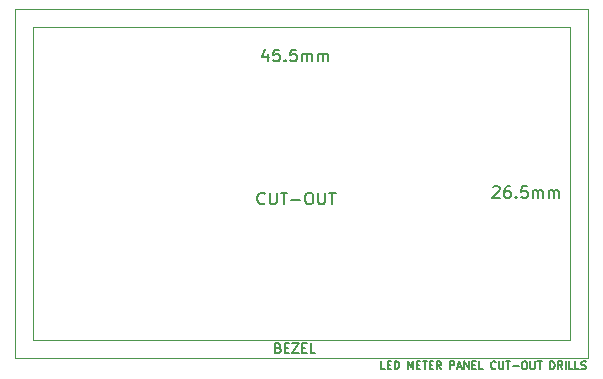
<source format=gbr>
G04 #@! TF.GenerationSoftware,KiCad,Pcbnew,5.1.5+dfsg1-2build2*
G04 #@! TF.CreationDate,2022-03-04T19:05:06-05:00*
G04 #@! TF.ProjectId,LED_PANEL_26x45mm,4c45445f-5041-44e4-954c-5f3236783435,rev?*
G04 #@! TF.SameCoordinates,Original*
G04 #@! TF.FileFunction,Legend,Top*
G04 #@! TF.FilePolarity,Positive*
%FSLAX46Y46*%
G04 Gerber Fmt 4.6, Leading zero omitted, Abs format (unit mm)*
G04 Created by KiCad (PCBNEW 5.1.5+dfsg1-2build2) date 2022-03-04 19:05:06*
%MOMM*%
%LPD*%
G04 APERTURE LIST*
%ADD10C,0.150000*%
%ADD11C,0.120000*%
G04 APERTURE END LIST*
D10*
X82570249Y-81711207D02*
X82260725Y-81711207D01*
X82260725Y-81061207D01*
X82786916Y-81370731D02*
X83003582Y-81370731D01*
X83096440Y-81711207D02*
X82786916Y-81711207D01*
X82786916Y-81061207D01*
X83096440Y-81061207D01*
X83375011Y-81711207D02*
X83375011Y-81061207D01*
X83529773Y-81061207D01*
X83622630Y-81092160D01*
X83684535Y-81154064D01*
X83715487Y-81215969D01*
X83746440Y-81339779D01*
X83746440Y-81432636D01*
X83715487Y-81556445D01*
X83684535Y-81618350D01*
X83622630Y-81680255D01*
X83529773Y-81711207D01*
X83375011Y-81711207D01*
X84520249Y-81711207D02*
X84520249Y-81061207D01*
X84736916Y-81525493D01*
X84953582Y-81061207D01*
X84953582Y-81711207D01*
X85263106Y-81370731D02*
X85479773Y-81370731D01*
X85572630Y-81711207D02*
X85263106Y-81711207D01*
X85263106Y-81061207D01*
X85572630Y-81061207D01*
X85758344Y-81061207D02*
X86129773Y-81061207D01*
X85944059Y-81711207D02*
X85944059Y-81061207D01*
X86346440Y-81370731D02*
X86563106Y-81370731D01*
X86655963Y-81711207D02*
X86346440Y-81711207D01*
X86346440Y-81061207D01*
X86655963Y-81061207D01*
X87305963Y-81711207D02*
X87089297Y-81401683D01*
X86934535Y-81711207D02*
X86934535Y-81061207D01*
X87182154Y-81061207D01*
X87244059Y-81092160D01*
X87275011Y-81123112D01*
X87305963Y-81185017D01*
X87305963Y-81277874D01*
X87275011Y-81339779D01*
X87244059Y-81370731D01*
X87182154Y-81401683D01*
X86934535Y-81401683D01*
X88079773Y-81711207D02*
X88079773Y-81061207D01*
X88327392Y-81061207D01*
X88389297Y-81092160D01*
X88420249Y-81123112D01*
X88451201Y-81185017D01*
X88451201Y-81277874D01*
X88420249Y-81339779D01*
X88389297Y-81370731D01*
X88327392Y-81401683D01*
X88079773Y-81401683D01*
X88698820Y-81525493D02*
X89008344Y-81525493D01*
X88636916Y-81711207D02*
X88853582Y-81061207D01*
X89070249Y-81711207D01*
X89286916Y-81711207D02*
X89286916Y-81061207D01*
X89658344Y-81711207D01*
X89658344Y-81061207D01*
X89967868Y-81370731D02*
X90184535Y-81370731D01*
X90277392Y-81711207D02*
X89967868Y-81711207D01*
X89967868Y-81061207D01*
X90277392Y-81061207D01*
X90865487Y-81711207D02*
X90555963Y-81711207D01*
X90555963Y-81061207D01*
X91948820Y-81649302D02*
X91917868Y-81680255D01*
X91825011Y-81711207D01*
X91763106Y-81711207D01*
X91670249Y-81680255D01*
X91608344Y-81618350D01*
X91577392Y-81556445D01*
X91546440Y-81432636D01*
X91546440Y-81339779D01*
X91577392Y-81215969D01*
X91608344Y-81154064D01*
X91670249Y-81092160D01*
X91763106Y-81061207D01*
X91825011Y-81061207D01*
X91917868Y-81092160D01*
X91948820Y-81123112D01*
X92227392Y-81061207D02*
X92227392Y-81587398D01*
X92258344Y-81649302D01*
X92289297Y-81680255D01*
X92351201Y-81711207D01*
X92475011Y-81711207D01*
X92536916Y-81680255D01*
X92567868Y-81649302D01*
X92598820Y-81587398D01*
X92598820Y-81061207D01*
X92815487Y-81061207D02*
X93186916Y-81061207D01*
X93001201Y-81711207D02*
X93001201Y-81061207D01*
X93403582Y-81463588D02*
X93898820Y-81463588D01*
X94332154Y-81061207D02*
X94455963Y-81061207D01*
X94517868Y-81092160D01*
X94579773Y-81154064D01*
X94610725Y-81277874D01*
X94610725Y-81494540D01*
X94579773Y-81618350D01*
X94517868Y-81680255D01*
X94455963Y-81711207D01*
X94332154Y-81711207D01*
X94270249Y-81680255D01*
X94208344Y-81618350D01*
X94177392Y-81494540D01*
X94177392Y-81277874D01*
X94208344Y-81154064D01*
X94270249Y-81092160D01*
X94332154Y-81061207D01*
X94889297Y-81061207D02*
X94889297Y-81587398D01*
X94920249Y-81649302D01*
X94951201Y-81680255D01*
X95013106Y-81711207D01*
X95136916Y-81711207D01*
X95198820Y-81680255D01*
X95229773Y-81649302D01*
X95260725Y-81587398D01*
X95260725Y-81061207D01*
X95477392Y-81061207D02*
X95848820Y-81061207D01*
X95663106Y-81711207D02*
X95663106Y-81061207D01*
X96560725Y-81711207D02*
X96560725Y-81061207D01*
X96715487Y-81061207D01*
X96808344Y-81092160D01*
X96870249Y-81154064D01*
X96901201Y-81215969D01*
X96932154Y-81339779D01*
X96932154Y-81432636D01*
X96901201Y-81556445D01*
X96870249Y-81618350D01*
X96808344Y-81680255D01*
X96715487Y-81711207D01*
X96560725Y-81711207D01*
X97582154Y-81711207D02*
X97365487Y-81401683D01*
X97210725Y-81711207D02*
X97210725Y-81061207D01*
X97458344Y-81061207D01*
X97520249Y-81092160D01*
X97551201Y-81123112D01*
X97582154Y-81185017D01*
X97582154Y-81277874D01*
X97551201Y-81339779D01*
X97520249Y-81370731D01*
X97458344Y-81401683D01*
X97210725Y-81401683D01*
X97860725Y-81711207D02*
X97860725Y-81061207D01*
X98479773Y-81711207D02*
X98170249Y-81711207D01*
X98170249Y-81061207D01*
X99005963Y-81711207D02*
X98696440Y-81711207D01*
X98696440Y-81061207D01*
X99191678Y-81680255D02*
X99284535Y-81711207D01*
X99439297Y-81711207D01*
X99501201Y-81680255D01*
X99532154Y-81649302D01*
X99563106Y-81587398D01*
X99563106Y-81525493D01*
X99532154Y-81463588D01*
X99501201Y-81432636D01*
X99439297Y-81401683D01*
X99315487Y-81370731D01*
X99253582Y-81339779D01*
X99222630Y-81308826D01*
X99191678Y-81246921D01*
X99191678Y-81185017D01*
X99222630Y-81123112D01*
X99253582Y-81092160D01*
X99315487Y-81061207D01*
X99470249Y-81061207D01*
X99563106Y-81092160D01*
X73533291Y-79907257D02*
X73647577Y-79945352D01*
X73685672Y-79983447D01*
X73723767Y-80059638D01*
X73723767Y-80173923D01*
X73685672Y-80250114D01*
X73647577Y-80288209D01*
X73571386Y-80326304D01*
X73266624Y-80326304D01*
X73266624Y-79526304D01*
X73533291Y-79526304D01*
X73609481Y-79564400D01*
X73647577Y-79602495D01*
X73685672Y-79678685D01*
X73685672Y-79754876D01*
X73647577Y-79831066D01*
X73609481Y-79869161D01*
X73533291Y-79907257D01*
X73266624Y-79907257D01*
X74066624Y-79907257D02*
X74333291Y-79907257D01*
X74447577Y-80326304D02*
X74066624Y-80326304D01*
X74066624Y-79526304D01*
X74447577Y-79526304D01*
X74714243Y-79526304D02*
X75247577Y-79526304D01*
X74714243Y-80326304D01*
X75247577Y-80326304D01*
X75552339Y-79907257D02*
X75819005Y-79907257D01*
X75933291Y-80326304D02*
X75552339Y-80326304D01*
X75552339Y-79526304D01*
X75933291Y-79526304D01*
X76657100Y-80326304D02*
X76276148Y-80326304D01*
X76276148Y-79526304D01*
D11*
X99750000Y-51250000D02*
X99750000Y-80750000D01*
X51250000Y-51250000D02*
X51250000Y-80750000D01*
D10*
X72393942Y-67672342D02*
X72346323Y-67719961D01*
X72203466Y-67767580D01*
X72108228Y-67767580D01*
X71965371Y-67719961D01*
X71870133Y-67624723D01*
X71822514Y-67529485D01*
X71774895Y-67339009D01*
X71774895Y-67196152D01*
X71822514Y-67005676D01*
X71870133Y-66910438D01*
X71965371Y-66815200D01*
X72108228Y-66767580D01*
X72203466Y-66767580D01*
X72346323Y-66815200D01*
X72393942Y-66862819D01*
X72822514Y-66767580D02*
X72822514Y-67577104D01*
X72870133Y-67672342D01*
X72917752Y-67719961D01*
X73012990Y-67767580D01*
X73203466Y-67767580D01*
X73298704Y-67719961D01*
X73346323Y-67672342D01*
X73393942Y-67577104D01*
X73393942Y-66767580D01*
X73727276Y-66767580D02*
X74298704Y-66767580D01*
X74012990Y-67767580D02*
X74012990Y-66767580D01*
X74632038Y-67386628D02*
X75393942Y-67386628D01*
X76060609Y-66767580D02*
X76251085Y-66767580D01*
X76346323Y-66815200D01*
X76441561Y-66910438D01*
X76489180Y-67100914D01*
X76489180Y-67434247D01*
X76441561Y-67624723D01*
X76346323Y-67719961D01*
X76251085Y-67767580D01*
X76060609Y-67767580D01*
X75965371Y-67719961D01*
X75870133Y-67624723D01*
X75822514Y-67434247D01*
X75822514Y-67100914D01*
X75870133Y-66910438D01*
X75965371Y-66815200D01*
X76060609Y-66767580D01*
X76917752Y-66767580D02*
X76917752Y-67577104D01*
X76965371Y-67672342D01*
X77012990Y-67719961D01*
X77108228Y-67767580D01*
X77298704Y-67767580D01*
X77393942Y-67719961D01*
X77441561Y-67672342D01*
X77489180Y-67577104D01*
X77489180Y-66767580D01*
X77822514Y-66767580D02*
X78393942Y-66767580D01*
X78108228Y-67767580D02*
X78108228Y-66767580D01*
D11*
X51250000Y-80750000D02*
X99750000Y-80750000D01*
X51250000Y-51250000D02*
X99750000Y-51250000D01*
D10*
X91709076Y-66314179D02*
X91756695Y-66266560D01*
X91851933Y-66218940D01*
X92090028Y-66218940D01*
X92185266Y-66266560D01*
X92232885Y-66314179D01*
X92280504Y-66409417D01*
X92280504Y-66504655D01*
X92232885Y-66647512D01*
X91661457Y-67218940D01*
X92280504Y-67218940D01*
X93137647Y-66218940D02*
X92947171Y-66218940D01*
X92851933Y-66266560D01*
X92804314Y-66314179D01*
X92709076Y-66457036D01*
X92661457Y-66647512D01*
X92661457Y-67028464D01*
X92709076Y-67123702D01*
X92756695Y-67171321D01*
X92851933Y-67218940D01*
X93042409Y-67218940D01*
X93137647Y-67171321D01*
X93185266Y-67123702D01*
X93232885Y-67028464D01*
X93232885Y-66790369D01*
X93185266Y-66695131D01*
X93137647Y-66647512D01*
X93042409Y-66599893D01*
X92851933Y-66599893D01*
X92756695Y-66647512D01*
X92709076Y-66695131D01*
X92661457Y-66790369D01*
X93661457Y-67123702D02*
X93709076Y-67171321D01*
X93661457Y-67218940D01*
X93613838Y-67171321D01*
X93661457Y-67123702D01*
X93661457Y-67218940D01*
X94613838Y-66218940D02*
X94137647Y-66218940D01*
X94090028Y-66695131D01*
X94137647Y-66647512D01*
X94232885Y-66599893D01*
X94470980Y-66599893D01*
X94566219Y-66647512D01*
X94613838Y-66695131D01*
X94661457Y-66790369D01*
X94661457Y-67028464D01*
X94613838Y-67123702D01*
X94566219Y-67171321D01*
X94470980Y-67218940D01*
X94232885Y-67218940D01*
X94137647Y-67171321D01*
X94090028Y-67123702D01*
X95090028Y-67218940D02*
X95090028Y-66552274D01*
X95090028Y-66647512D02*
X95137647Y-66599893D01*
X95232885Y-66552274D01*
X95375742Y-66552274D01*
X95470980Y-66599893D01*
X95518600Y-66695131D01*
X95518600Y-67218940D01*
X95518600Y-66695131D02*
X95566219Y-66599893D01*
X95661457Y-66552274D01*
X95804314Y-66552274D01*
X95899552Y-66599893D01*
X95947171Y-66695131D01*
X95947171Y-67218940D01*
X96423361Y-67218940D02*
X96423361Y-66552274D01*
X96423361Y-66647512D02*
X96470980Y-66599893D01*
X96566219Y-66552274D01*
X96709076Y-66552274D01*
X96804314Y-66599893D01*
X96851933Y-66695131D01*
X96851933Y-67218940D01*
X96851933Y-66695131D02*
X96899552Y-66599893D01*
X96994790Y-66552274D01*
X97137647Y-66552274D01*
X97232885Y-66599893D01*
X97280504Y-66695131D01*
X97280504Y-67218940D01*
X72627266Y-54995274D02*
X72627266Y-55661940D01*
X72389171Y-54614321D02*
X72151076Y-55328607D01*
X72770123Y-55328607D01*
X73627266Y-54661940D02*
X73151076Y-54661940D01*
X73103457Y-55138131D01*
X73151076Y-55090512D01*
X73246314Y-55042893D01*
X73484409Y-55042893D01*
X73579647Y-55090512D01*
X73627266Y-55138131D01*
X73674885Y-55233369D01*
X73674885Y-55471464D01*
X73627266Y-55566702D01*
X73579647Y-55614321D01*
X73484409Y-55661940D01*
X73246314Y-55661940D01*
X73151076Y-55614321D01*
X73103457Y-55566702D01*
X74103457Y-55566702D02*
X74151076Y-55614321D01*
X74103457Y-55661940D01*
X74055838Y-55614321D01*
X74103457Y-55566702D01*
X74103457Y-55661940D01*
X75055838Y-54661940D02*
X74579647Y-54661940D01*
X74532028Y-55138131D01*
X74579647Y-55090512D01*
X74674885Y-55042893D01*
X74912980Y-55042893D01*
X75008219Y-55090512D01*
X75055838Y-55138131D01*
X75103457Y-55233369D01*
X75103457Y-55471464D01*
X75055838Y-55566702D01*
X75008219Y-55614321D01*
X74912980Y-55661940D01*
X74674885Y-55661940D01*
X74579647Y-55614321D01*
X74532028Y-55566702D01*
X75532028Y-55661940D02*
X75532028Y-54995274D01*
X75532028Y-55090512D02*
X75579647Y-55042893D01*
X75674885Y-54995274D01*
X75817742Y-54995274D01*
X75912980Y-55042893D01*
X75960600Y-55138131D01*
X75960600Y-55661940D01*
X75960600Y-55138131D02*
X76008219Y-55042893D01*
X76103457Y-54995274D01*
X76246314Y-54995274D01*
X76341552Y-55042893D01*
X76389171Y-55138131D01*
X76389171Y-55661940D01*
X76865361Y-55661940D02*
X76865361Y-54995274D01*
X76865361Y-55090512D02*
X76912980Y-55042893D01*
X77008219Y-54995274D01*
X77151076Y-54995274D01*
X77246314Y-55042893D01*
X77293933Y-55138131D01*
X77293933Y-55661940D01*
X77293933Y-55138131D02*
X77341552Y-55042893D01*
X77436790Y-54995274D01*
X77579647Y-54995274D01*
X77674885Y-55042893D01*
X77722504Y-55138131D01*
X77722504Y-55661940D01*
D11*
X52750000Y-52750000D02*
X52750000Y-79250000D01*
X98250000Y-52750000D02*
X98250000Y-79250000D01*
X52750000Y-79250000D02*
X98250000Y-79250000D01*
X52750000Y-52750000D02*
X98250000Y-52750000D01*
M02*

</source>
